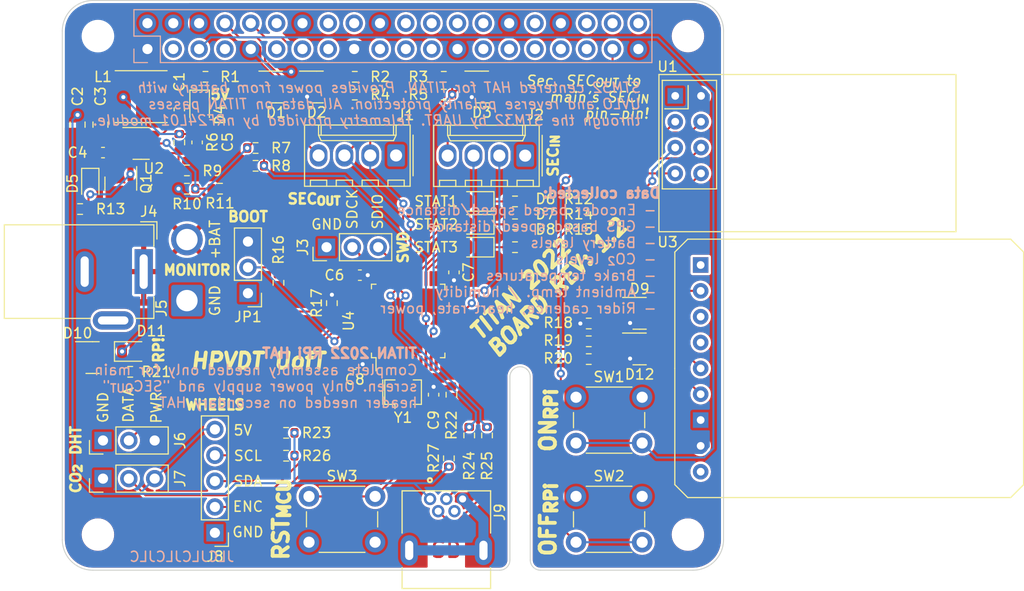
<source format=kicad_pcb>
(kicad_pcb (version 20211014) (generator pcbnew)
  (title_block (title "TITAN Board 2022") (date "2022-08-15") (rev "1.2") (company "HPVDT"))
  (layers (0 "F.Cu" signal) (31 "B.Cu" signal) (34 "B.Paste" user) (35 "F.Paste" user) (36 "B.SilkS" user "B.Silkscreen") (37 "F.SilkS" user "F.Silkscreen") (38 "B.Mask" user) (39 "F.Mask" user) (44 "Edge.Cuts" user))
  (net 0 "")
  (net 1 "+3V3")
  (net 2 "+5V")
  (net 3 "GND")
  (net 4 "/GPIO26")
  (net 5 "/GPIO3(SCL1)")
  (net 6 "/GPIO14(TXD0)")
  (net 7 "/GPIO15(RXD0)")
  (net 8 "/SW")
  (net 9 "/BST")
  (net 10 "/FEEDBACK")
  (net 11 "/GPS_{tx}")
  (net 12 "/GPS_{rx}")
  (net 13 "/BATT_{IN+}")
  (net 14 "+BATT")
  (net 15 "/RP_{G}")
  (net 16 "/SEC_{LVL}")
  (net 17 "/RPI_{TX}")
  (net 18 "/RPI_{RX}")
  (net 19 "/STATUS_{3}")
  (net 20 "/DHT_{DATA}")
  (net 21 "/SEC_{TX}")
  (net 22 "/SEC_{RX}")
  (net 23 "/SEC_{BATT}")
  (net 24 "/STATUS_{1}")
  (net 25 "/STATUS_{2}")
  (net 26 "Net-(D4-Pad1)")
  (net 27 "/CO_{2}")
  (net 28 "/BOOT0")
  (net 29 "/GPS_{EN}")
  (net 30 "/GPS_{TX}")
  (net 31 "/GPS_{RX}")
  (net 32 "/RST")
  (net 33 "/D+")
  (net 34 "/d+")
  (net 35 "/D-")
  (net 36 "/d-")
  (net 37 "/BATT_{LVL}")
  (net 38 "/RF_{INT}")
  (net 39 "/SCK")
  (net 40 "/MISO")
  (net 41 "/MOSI")
  (net 42 "/RF_{SEL}")
  (net 43 "/RF_{EN}")
  (net 44 "/SCL")
  (net 45 "/SDA")
  (net 46 "/ENCODER")
  (net 47 "Net-(D6-Pad1)")
  (net 48 "Net-(D7-Pad1)")
  (net 49 "Net-(D10-Pad3)")
  (net 50 "Net-(D11-Pad2)")
  (net 51 "Net-(D8-Pad1)")
  (net 54 "/SWCLK")
  (net 55 "/SDWIO")
  (net 57 "/EN_{5V}")
  (net 89 "Net-(U4-Pad6)")
  (net 90 "Net-(U4-Pad5)")
  (footprint "MountingHole:MountingHole_2.7mm_M2.5" (layer "F.Cu") (at 93.25 53.825 180)
    (fp_text reference "H1" hide)
    (fp_text value "M2.5")
  )
  (footprint "MountingHole:MountingHole_2.7mm_M2.5" (layer "F.Cu") (at 151.25 53.825 180)
    (fp_text reference "H2" hide)
    (fp_text value "M2.5")
  )
  (footprint "MountingHole:MountingHole_2.7mm_M2.5" (layer "F.Cu") (at 93.25 102.825)
    (fp_text reference "H3" hide)
    (fp_text value "M2.5")
  )
  (footprint "MountingHole:MountingHole_2.7mm_M2.5" (layer "F.Cu") (at 151.25 102.825)
    (fp_text reference "H4" hide)
    (fp_text value "M2.5")
  )
  (footprint "Package_TO_SOT_SMD:SOT-23" (layer "F.Cu") (at 146.5 84.575)
    (fp_text reference "D12")
    (fp_text value "TBAT54S")
  )
  (footprint "Resistor_SMD:R_0603_1608Metric" (layer "F.Cu") (at 141.5 82.075 180)
    (fp_text reference "R18")
    (fp_text value "10k")
  )
  (footprint "Package_QFP:LQFP-48_7x7mm_P0.5mm" (layer "F.Cu") (at 123.75 81.825 90)
    (fp_text reference "U4")
    (fp_text value "STM32F103C8Tx")
  )
  (footprint "LED_SMD:LED_0805_2012Metric" (layer "F.Cu") (at 130.5 72.325 180)
    (fp_text reference "D7")
    (fp_text value "LED")
  )
  (footprint "Capacitor_SMD:C_0603_1608Metric" (layer "F.Cu") (at 119 77.325)
    (fp_text reference "C6")
    (fp_text value "100n")
  )
  (footprint "Button_Switch_THT:SW_PUSH_6mm_H4.3mm" (layer "F.Cu") (at 140.25 99.075)
    (fp_text reference "SW2")
    (fp_text value "SHTDN")
  )
  (footprint "Package_TO_SOT_SMD:SOT-23" (layer "F.Cu") (at 146.5 81.075)
    (fp_text reference "D9")
    (fp_text value "TBAT54S")
  )
  (footprint "Resistor_SMD:R_0603_1608Metric" (layer "F.Cu") (at 96.425 86.825)
    (fp_text reference "R21")
    (fp_text value "2k")
  )
  (footprint "Connector_PinHeader_2.54mm:PinHeader_1x03_P2.54mm_Vertical" (layer "F.Cu") (at 93.75 93.575 90)
    (fp_text reference "J6")
    (fp_text value "DHT")
  )
  (footprint "ultimate_gps:ULT-GPS" (layer "F.Cu") (at 152.5 76.325)
    (fp_text reference "U3")
    (fp_text value "ULT-GPS")
  )
  (footprint "Resistor_SMD:R_0603_1608Metric" (layer "F.Cu") (at 128 89.075 90)
    (fp_text reference "R22")
    (fp_text value "10k")
  )
  (footprint "Resistor_SMD:R_0603_1608Metric" (layer "F.Cu") (at 111 78.075 90)
    (fp_text reference "R16")
    (fp_text value "10k")
  )
  (footprint "Package_TO_SOT_SMD:SOT-23" (layer "F.Cu") (at 110.75 58.825)
    (fp_text reference "D1")
    (fp_text value "TBAT54S")
  )
  (footprint "Connector_PinHeader_2.54mm:PinHeader_1x03_P2.54mm_Vertical" (layer "F.Cu") (at 93.75 97.325 90)
    (fp_text reference "J7")
    (fp_text value "CO_{2}")
  )
  (footprint "LED_SMD:LED_0805_2012Metric" (layer "F.Cu") (at 130.5 70.075 180)
    (fp_text reference "D6")
    (fp_text value "LED")
  )
  (footprint "Resistor_SMD:R_0603_1608Metric" (layer "F.Cu") (at 134.25 72.325 180)
    (fp_text reference "R14")
    (fp_text value "330")
  )
  (footprint "Package_TO_SOT_SMD:SOT-23" (layer "F.Cu") (at 95.5 68.325 -90)
    (fp_text reference "Q1")
    (fp_text value "DMG2301L")
  )
  (footprint "2172034-1:TE_2172034-1" (layer "F.Cu") (at 127.5 104.375 -90)
    (fp_text reference "J9")
    (fp_text value "USB_B_Mini")
  )
  (footprint "Resistor_SMD:R_0603_1608Metric" (layer "F.Cu") (at 108.75 66.575)
    (fp_text reference "R8")
    (fp_text value "10k")
  )
  (footprint "Resistor_SMD:R_0603_1608Metric" (layer "F.Cu") (at 129.75 93.075 -90)
    (fp_text reference "R24")
    (fp_text value "22")
  )
  (footprint "Resistor_SMD:R_0603_1608Metric" (layer "F.Cu") (at 141.5 85.575)
    (fp_text reference "R20")
    (fp_text value "2k")
  )
  (footprint "Capacitor_SMD:C_0603_1608Metric" (layer "F.Cu") (at 118.5 86.075)
    (fp_text reference "C8")
    (fp_text value "100n")
  )
  (footprint "Capacitor_SMD:C_0603_1608Metric" (layer "F.Cu") (at 93.75 65.275)
    (fp_text reference "C4")
    (fp_text value "10u")
  )
  (footprint "Resistor_SMD:R_0603_1608Metric" (layer "F.Cu") (at 127.25 59.575 180)
    (fp_text reference "R5")
    (fp_text value "52k3")
  )
  (footprint "Connector_BarrelJack:BarrelJack_Wuerth_6941xx301002" (layer "F.Cu") (at 97.75 76.975 -90)
    (fp_text reference "J4")
    (fp_text value "BATTERY")
  )
  (footprint "Diode_SMD:D_SOD-323" (layer "F.Cu") (at 92.5 68.325 -90)
    (fp_text reference "D5")
    (fp_text value "5V6")
  )
  (footprint "Capacitor_SMD:C_0805_2012Metric" (layer "F.Cu") (at 91.25 62.525 -90)
    (fp_text reference "C2")
    (fp_text value "22u")
  )
  (footprint "Resistor_SMD:R_0603_1608Metric" (layer "F.Cu") (at 101.25 64.275 90)
    (fp_text reference "R6")
    (fp_text value "52k3")
  )
  (footprint "Resistor_SMD:R_0603_1608Metric" (layer "F.Cu") (at 102 67.025 180)
    (fp_text reference "R9")
    (fp_text value "10k")
  )
  (footprint "Resistor_SMD:R_0603_1608Metric" (layer "F.Cu") (at 111.75 95.075 180)
    (fp_text reference "R26")
    (fp_text value "2k")
  )
  (footprint "LED_SMD:LED_0805_2012Metric" (layer "F.Cu") (at 130.5 74.575 180)
    (fp_text reference "D8")
    (fp_text value "LED")
  )
  (footprint "Connector_PinHeader_2.54mm:PinHeader_1x03_P2.54mm_Vertical" (layer "F.Cu") (at 115.725 74.575 90)
    (fp_text reference "J3")
    (fp_text value "SWD")
  )
  (footprint "Resistor_SMD:R_0603_1608Metric" (layer "F.Cu") (at 134.25 74.575 180)
    (fp_text reference "R15")
    (fp_text value "330")
  )
  (footprint "Resistor_SMD:R_0603_1608Metric" (layer "F.Cu") (at 141.5 83.825)
    (fp_text reference "R19")
    (fp_text value "2k")
  )
  (footprint "Capacitor_SMD:C_0805_2012Metric" (layer "F.Cu") (at 93.5 62.525 -90)
    (fp_text reference "C3")
    (fp_text value "22u")
  )
  (footprint "Button_Switch_THT:SW_PUSH_6mm_H4.3mm" (layer "F.Cu") (at 120.5 103.575 180)
    (fp_text reference "SW3")
    (fp_text value "MCU_RST")
  )
  (footprint "Capacitor_SMD:C_0603_1608Metric" (layer "F.Cu") (at 103 64.275 90)
    (fp_text reference "C5")
    (fp_text value "47p")
  )
  (footprint "Package_TO_SOT_SMD:SOT-23" (layer "F.Cu") (at 131 58.825)
    (fp_text reference "D3")
    (fp_text value "TBAT54S")
  )
  (footprint "Resistor_SMD:R_0603_1608Metric" (layer "F.Cu") (at 131.5 93.075 -90)
    (fp_text reference "R25")
    (fp_text value "22")
  )
  (footprint "Resistor_SMD:R_0603_1608Metric" (layer "F.Cu") (at 111.75 92.825 180)
    (fp_text reference "R23")
    (fp_text value "2k")
  )
  (footprint "Capacitor_SMD:C_0603_1608Metric" (layer "F.Cu") (at 101.25 61.025 -90)
    (fp_text reference "C1")
    (fp_text value "100n")
  )
  (footprint "Capacitor_SMD:C_0603_1608Metric" (layer "F.Cu") (at 126.25 89.075 90)
    (fp_text reference "C9")
    (fp_text value "100n")
  )
  (footprint "Resistor_SMD:R_0603_1608Metric" (layer "F.Cu") (at 134.25 70.075 180)
    (fp_text reference "R12")
    (fp_text value "330")
  )
  (footprint "Connector_Molex:Molex_KK-254_AE-6410-04A_1x04_P2.54mm_Vertical" (layer "F.Cu") (at 135.25 65.575 180)
    (fp_text reference "J2")
    (fp_text value "SEC_{IN}")
  )
  (footprint "Capacitor_SMD:C_0603_1608Metric" (layer "F.Cu") (at 128.25 77.05 -90)
    (fp_text reference "C7")
    (fp_text value "100n")
  )
  (footprint "Inductor_SMD:L_Taiyo-Yuden_NR-50xx" (layer "F.Cu") (at 97.5 59.775 180)
    (fp_text reference "L1")
    (fp_text value "3u3")
  )
  (footprint "Resistor_SMD:R_0603_1608Metric" (layer "F.Cu") (at 103.825 57.825 180)
    (fp_text reference "R1")
    (fp_text value "330")
  )
  (footprint "LED_SMD:LED_0805_2012Metric" (layer "F.Cu") (at 103.25 60.825 -90)
    (fp_text reference "D4")
    (fp_text value "LED")
  )
  (footprint "Resistor_SMD:R_0603_1608Metric" (layer "F.Cu") (at 116.25 80.075 90)
    (fp_text reference "R17")
    (fp_text value "10k")
  )
  (footprint "Resistor_SMD:R_0603_1608Metric" (layer "F.Cu") (at 127.75 95.325 -90)
    (fp_text reference "R27")
    (fp_text value "10k")
  )
  (footprint "Package_TO_SOT_SMD:TSOT-23-6" (layer "F.Cu") (at 97.5 64.375)
    (fp_text reference "U2")
    (fp_text value "AP62301WU")
  )
  (footprint "Connector_Wire:SolderWire-1.5sqmm_1x02_P6mm_D1.7mm_OD3mm" (layer "F.Cu") (at 102 79.825 90)
    (fp_text reference "J5")
    (fp_text value "MONITOR")
  )
  (footprint "Connector_PinHeader_2.54mm:PinHeader_1x05_P2.54mm_Vertical" (layer "F.Cu") (at 104.75 102.65 180)
    (fp_text reference "J8")
    (fp_text value "WHEELS")
  )
  (footprint "Package_TO_SOT_SMD:SOT-23" (layer "F.Cu") (at 114.75 58.825)
    (fp_text reference "D2")
    (fp_text value "TBAT54S")
  )
  (footprint "Crystal:Resonator_SMD_Murata_CSTxExxV-3Pin_3.0x1.1mm" (layer "F.Cu") (at 123.25 88.825)
    (fp_text reference "Y1")
    (fp_text value "8MHz")
  )
  (footprint "Connector_Molex:Molex_KK-254_AE-6410-04A_1x04_P2.54mm_Vertical" (layer "F.Cu") (at 122.56 65.555 180)
    (fp_text reference "J1")
    (fp_text value "SEC_{OUT}")
  )
  (footprint "Resistor_SMD:R_0603_1608Metric" (layer "F.Cu") (at 108.75 64.825 180)
    (fp_text reference "R7")
    (fp_text value "52k3")
  )
  (footprint "Connector_PinHeader_2.54mm:PinHeader_1x03_P2.54mm_Vertical" (layer "F.Cu") (at 108 79.1 180)
    (fp_text reference "JP1")
    (fp_text value "BOOT0")
  )
  (footprint "Resistor_SMD:R_0603_1608Metric" (layer "F.Cu") (at 91.5 70.825)
    (fp_text reference "R13")
    (fp_text value "10k")
  )
  (footprint "Resistor_SMD:R_0603_1608Metric" (layer "F.Cu") (at 105.25 68.825 180)
    (fp_text reference "R11")
    (fp_text value "13k3")
  )
  (footprint "Package_TO_SOT_SMD:SOT-23" (layer "F.Cu") (at 92.725 85.425)
    (fp_text reference "D10")
    (fp_text value "BAV70")
  )
  (footprint "Resistor_SMD:R_0603_1608Metric" (layer "F.Cu") (at 102 68.825 180)
    (fp_text reference "R10")
    (fp_text value "97k6")
  )
  (footprint "Resistor_SMD:R_0603_1608Metric" (layer "F.Cu") (at 118.5 57.825 180)
    (fp_text reference "R2")
    (fp_text value "2k")
  )
  (footprint "Button_Switch_THT:SW_PUSH_6mm_H4.3mm" (layer "F.Cu") (at 140.25 89.325)
    (fp_text reference "SW1")
    (fp_text value "RPON")
  )
  (footprint "Resistor_SMD:R_0603_1608Metric" (layer "F.Cu") (at 118.5 59.575 180)
    (fp_text reference "R4")
    (fp_text value "2k")
  )
  (footprint "RF_Module:nRF24L01_Breakout" (layer "F.Cu") (at 150 59.7)
    (fp_text reference "U1")
    (fp_text value "NRF24L01")
  )
  (footprint "Diode_SMD:D_0805_2012Metric" (layer "F.Cu") (at 96.5625 84.825)
    (fp_text reference "D11")
    (fp_text value "RP")
  )
  (footprint "Resistor_SMD:R_0603_1608Metric" (layer "F.Cu") (at 127.25 57.825)
    (fp_text reference "R3")
    (fp_text value "10k")
  )
  (footprint "Connector_PinSocket_2.54mm:PinSocket_2x20_P2.54mm_Vertical" (layer "B.Cu") (at 98.12 55.095 -90)
    (fp_text reference "J10" hide)
    (fp_text value "Conn_02x20_Odd_Even")
  )
  (gr_arc locked (start 133.75 87.325) (mid 134.75 86.325) (end 135.75 87.325) (layer "Edge.Cuts") (width 0.1))
  (gr_arc locked (start 151.75 50.325) (mid 153.87132 51.20368) (end 154.75 53.325) (layer "Edge.Cuts") (width 0.1))
  (gr_line locked (start 151.75 50.325) (end 92.75 50.325) (layer "Edge.Cuts") (width 0.1))
  (gr_line locked (start 135.75 87.325) (end 135.75 105.325) (layer "Edge.Cuts") (width 0.1))
  (gr_line locked (start 92.75 106.325) (end 132.75 106.325) (layer "Edge.Cuts") (width 0.1))
  (gr_arc locked (start 89.75 53.325) (mid 90.62868 51.20368) (end 92.75 50.325) (layer "Edge.Cuts") (width 0.1))
  (gr_arc locked (start 136.75 106.325) (mid 136.042893 106.032107) (end 135.75 105.325) (layer "Edge.Cuts") (width 0.1))
  (gr_arc locked (start 92.75 106.325) (mid 90.62868 105.44632) (end 89.75 103.325) (layer "Edge.Cuts") (width 0.1))
  (gr_arc locked (start 154.75 103.325) (mid 153.87132 105.44632) (end 151.75 106.325) (layer "Edge.Cuts") (width 0.1))
  (gr_line locked (start 154.75 103.325) (end 154.75 53.325) (layer "Edge.Cuts") (width 0.1))
  (gr_line locked (start 89.75 53.325) (end 89.75 103.325) (layer "Edge.Cuts") (width 0.1))
  (gr_line locked (start 136.75 106.325) (end 151.75 106.325) (layer "Edge.Cuts") (width 0.1))
  (gr_arc locked (start 133.75 105.325) (mid 133.45711 106.03211) (end 132.75 106.325) (layer "Edge.Cuts") (width 0.1))
  (gr_line locked (start 133.75 105.325) (end 133.75 87.325) (layer "Edge.Cuts") (width 0.1))
  (gr_text "SB" (at 127.5 104.325) (layer "F.Cu") (effects (font (size 1.5 1.5) (thickness 0.25))))
  (gr_text "Data collected:" (at 142.75 69.25) (layer "B.SilkS") (effects (font (size 1 1) (thickness 0.25)) (justify mirror)))
  (gr_text "TITAN 2022 RPi HAT" (at 117 85) (layer "B.SilkS") (effects (font (size 1 1) (thickness 0.25)) (justify mirror)))
  (gr_text "STM32 centered HAT for TITAN. Provides power from battery with \nUVLO and reverse polarity protection. All data on TITAN passes\nthrough the STM32 by UART. Telemetry provided by nRF24L01 module." (at 146.75 60.5) (layer "B.SilkS") (effects (font (size 1 1) (thickness 0.15) italic) (justify left mirror)))
  (gr_text "Complete assembly needed only for main\nscreen. Only power supply and {dblquote}SEC_{OUT}{dblquote} \nheader needed on secondary HAT." (at 124.75 88.25) (layer "B.SilkS") (effects (font (size 1 1)) (justify left mirror)))
  (gr_text "JLCJLCJLCJLC" (at 101.5 105) (layer "B.SilkS") (effects (font (size 1 1)) (justify mirror)))
  (gr_text "- Encoder based speed/distance\n- GPS based speed/distance\n- Battery levels\n- CO_{2} levels\n- Brake temperatures\n- Ambient temp. / humidity\n- Rider cadence, heart rate, power" (at 148.25 75.75) (layer "B.SilkS") (effects (font (size 1 1)) (justify left mirror)))
  (gr_text "+BAT" (at 104.75 73.825 90) (layer "F.SilkS") (effects (font (size 1 1))))
  (gr_text "GND" (at 108 102.575) (layer "F.SilkS") (effects (font (size 1 1))))
  (gr_text "ON_{RPi}" (at 137.5 91.575 90) (layer "F.SilkS") (effects (font (size 1.5 1.5) (thickness 0.375))))
  (gr_text "SDIO" (at 120.75 71.075 90) (layer "F.SilkS") (effects (font (size 1 1))))
  (gr_text "DATA" (at 96.25 90.075 90) (layer "F.SilkS") (effects (font (size 1 1))))
  (gr_text "SDCK" (at 118.25 70.825 90) (layer "F.SilkS") (effects (font (size 1 1))))
  (gr_text "OFF_{RPi}" (at 137.5 101.325 90) (layer "F.SilkS") (effects (font (size 1.5 1.5) (thickness 0.375))))
  (gr_text "SWD" (at 123.25 74.575 90) (layer "F.SilkS") (effects (font (size 1 1) (thickness 0.25))))
  (gr_text "GND" (at 115.75 72.325) (layer "F.SilkS") (effects (font (size 1 1))))
  (gr_text "CO_{2}" (at 91.08 97.325 90) (layer "F.SilkS") (effects (font (size 1 1) (thickness 0.25))))
  (gr_text "5V" (at 105.25 59.575) (layer "F.SilkS") (effects (font (size 1 1) (thickness 0.25))))
  (gr_text "GND" (at 104.75 79.825 90) (layer "F.SilkS") (effects (font (size 1 1))))
  (gr_text "ENC" (at 108 100.075) (layer "F.SilkS") (effects (font (size 1 1))))
  (gr_text "PWR" (at 99 90.325 90) (layer "F.SilkS") (effects (font (size 1 1))))
  (gr_text "MONITOR" (at 103 76.825) (layer "F.SilkS") (effects (font (size 1 1) (thickness 0.25))))
  (gr_text "5V" (at 107.5 92.575) (layer "F.SilkS") (effects (font (size 1 1))))
  (gr_text "SEC_{OUT}" (at 114.5 69.825) (layer "F.SilkS") (effects (font (size 1 1) (thickness 0.25))))
  (gr_text "GND" (at 93.75 90.325 90) (layer "F.SilkS") (effects (font (size 1 1))))
  (gr_text "STAT3" (at 126.5 74.575) (layer "F.SilkS") (effects (font (size 1 1))))
  (gr_text "SCL" (at 108 95.075) (layer "F.SilkS") (effects (font (size 1 1))))
  (gr_text "TITAN 2022\nBOARD REV: ${REVISION}" (at 131 84.25 45) (layer "F.SilkS") (effects (font (size 1.5 1.5) (thickness 0.375) italic) (justify left)))
  (gr_text "RP!" (at 99.225 84.675 90) (layer "F.SilkS") (effects (font (size 1 1) (thickness 0.25))))
  (gr_text "RST_{MCU}" (at 111.25 101.325 90) (layer "F.SilkS") (effects (font (size 1.5 1.5) (thickness 0.375))))
  (gr_text "BOOT" (at 108 71.575) (layer "F.SilkS") (effects (font (size 1 1) (thickness 0.25))))
  (gr_text "Sec. SEC_{OUT} to \nmain's SEC_{IN}\npin-pin!" (at 147.5 59.825) (layer "F.SilkS") (effects (font (size 1 1) (thickness 0.15) italic) (justify right)))
  (gr_text "SEC_{IN}" (at 138 65.575 90) (layer "F.SilkS") (effects (font (size 1 1) (thickness 0.25))))
  (gr_text "HPVDT UofT" (at 109 85.75) (layer "F.SilkS") (effects (font (size 1.5 1.5) (thickness 0.375) italic)))
  (gr_text "SDA" (at 108 97.575) (layer "F.SilkS") (effects (font (size 1 1))))
  (gr_text "STAT1" (at 126.5 70.075) (layer "F.SilkS") (effects (font (size 1 1))))
  (gr_text "DHT" (at 91.08 93.575 90) (layer "F.SilkS") (effects (font (size 1 1) (thickness 0.25))))
  (gr_text "WHEELS" (at 104.75 90.075) (layer "F.SilkS") (effects (font (size 1 1) (thickness 0.25))))
  (gr_text "STAT2" (at 126.5 72.325) (layer "F.SilkS") (effects (font (size 1 1))))
  (segment (start 120.1125 77.6625) (end 119.775 77.325) (width 0.2) (layer "F.Cu") (net 1))
  (segment (start 126.25 88.004651) (end 126.25 88.3) (width 0.2) (layer "F.Cu") (net 1))
  (segment (start 109.8125 59.775) (end 113.8125 59.775) (width 0.2) (layer "F.Cu") (net 1))
  (segment (start 130.05 59.775) (end 130 59.825) (width 0.2) (layer "F.Cu") (net 1))
  (segment (start 125 85.9875) (end 125 86.754651) (width 0.2) (layer "F.Cu") (net 1))
  (segment (start 119.5875 84.575) (end 119.5875 85.7625) (width 0.2) (layer "F.Cu") (net 1))
  (segment (start 128 88.25) (end 126.3 88.25) (width 0.2) (layer "F.Cu") (net 1))
  (segment (start 125 86.754651) (end 126.25 88.004651) (width 0.2) (layer "F.Cu") (net 1))
  (segment (start 126.3 88.25) (end 126.25 88.3) (width 0.2) (layer "F.Cu") (net 1))
  (segment (start 130.0625 59.775) (end 130.05 59.775) (width 0.2) (layer "F.Cu") (net 1))
  (segment (start 121 77.6625) (end 120.1125 77.6625) (width 0.2) (layer "F.Cu") (net 1))
  (segment (start 127.9125 79.075) (end 127.9125 78.1625) (width 0.2) (layer "F.Cu") (net 1))
  (segment (start 127.9125 78.1625) (end 128.25 77.825) (width 0.2) (layer "F.Cu") (net 1))
  (segment (start 119.5875 85.7625) (end 119.275 86.075) (width 0.2) (layer "F.Cu") (net 1))
  (via (at 145.5625 85.525) (size 0.8) (drill 0.4) (layers "F.Cu" "B.Cu") (net 1))
  (via (at 119.275 86.075) (size 0.8) (drill 0.4) (layers "F.Cu" "B.Cu") (net 1))
  (via (at 145.5625 82.025) (size 0.8) (drill 0.4) (layers "F.Cu" "B.Cu") (net 1))
  (via (at 128.25 77.825) (size 0.8) (drill 0.4) (layers "F.Cu" "B.Cu") (net 1))
  (via (at 113.8125 59.775) (size 0.8) (drill 0.4) (layers "F.Cu" "B.Cu") (net 1))
  (via (at 126.25 88.3) (size 0.8) (drill 0.4) (layers "F.Cu" "B.Cu") (net 1))
  (via (at 119.775 77.325) (size 0.8) (drill 0.4) (layers "F.Cu" "B.Cu") (net 1))
  (via (at 140.675 82.075) (size 0.8) (drill 0.4) (layers "F.Cu" "B.Cu") (net 1))
  (via (at 130 59.825) (size 0.8) (drill 0.4) (layers "F.Cu" "B.Cu") (net 1))
  (via (at 116.25 79.25) (size 0.8) (drill 0.4) (layers "F.Cu" "B.Cu") (net 1))
  (segment (start 145.5625 82.025) (end 140.725 82.025) (width 0.2) (layer "B.Cu") (net 1))
  (segment (start 140.725 82.025) (end 140.675 82.075) (width 0.2) (layer "B.Cu") (net 1))
  (segment (start 145.5625 85.525) (end 145.5625 82.025) (width 0.2) (layer "B.Cu") (net 1))
  (segment (start 102.95 63.45) (end 103 63.5) (width 0.2) (layer "F.Cu") (net 2))
  (segment (start 103 63.5) (end 103 62.0125) (width 0.2) (layer "F.Cu") (net 2))
  (segment (start 95.7 59.775) (end 95.75 59.825) (width 0.2) (layer "F.Cu") (net 2))
  (segment (start 101.25 63.45) (end 102.95 63.45) (width 0.2) (layer "F.Cu") (net 2))
  (segment (start 103 62.0125) (end 103.25 61.7625) (width 0.2) (layer "F.Cu") (net 2))
  (via (at 127.75 96.15) (size 0.8) (drill 0.4) (layers "F.Cu" "B.Cu") (net 2))
  (via (at 101.25 63.45) (size 0.8) (drill 0.4) (layers "F.Cu" "B.Cu") (net 2))
  (via (at 112.575 95.075) (size 0.8) (drill 0.4) (layers "F.Cu" "B.Cu") (net 2))
  (via (at 112.575 92.825) (size 0.8) (drill 0.4) (layers "F.Cu" "B.Cu") (net 2))
  (via (at 91.25 61.575) (size 0.8) (drill 0.4) (layers "F.Cu" "B.Cu") (net 2))
  (via (at 95.75 59.825) (size 0.8) (drill 0.4) (layers "F.Cu" "B.Cu") (net 2))
  (segment (start 90.75048 96.624502) (end 92.475489 98.349511) (width 0.2) (layer "B.Cu") (net 2))
  (segment (start 103.665 92.49) (end 104.75 92.49) (width 0.2) (layer "B.Cu") (net 2))
  (segment (start 92.950978 98.825) (end 92.475489 98.349511) (width 0.2) (layer "B.Cu") (net 2))
  (segment (start 127.1625 96.7375) (end 127.75 96.15) (width 0.2) (layer "B.Cu") (net 2))
  (segment (start 106.79951 97.775489) (end 105.749999 98.825) (width 0.2) (layer "B.Cu") (net 2))
  (segment (start 124.350489 97.775489) (end 112.549511 97.775489) (width 0.2) (layer "B.Cu") (net 2))
  (segment (start 99.375 63.45) (end 101.25 63.45) (width 0.2) (layer "B.Cu") (net 2))
  (segment (start 95.5 98.825) (end 92.950978 98.825) (width 0.2) (layer "B.Cu") (net 2))
  (segment (start 91.25 61.575) (end 90.75048 62.07452) (width 0.2) (layer "B.Cu") (net 2))
  (segment (start 90.75048 62.07452) (end 90.75048 96.624502) (width 0.2) (layer "B.Cu") (net 2))
  (segment (start 97.33 98.825) (end 95.5 98.825) (width 0.2) (layer "B.Cu") (net 2))
  (segment (start 124.350489 97.775489) (end 126.124511 97.775489) (width 0.2) (layer "B.Cu") (net 2))
  (segment (start 126.124511 97.775489) (end 127.1625 96.7375) (width 0.2) (layer "B.Cu") (net 2))
  (segment (start 112.575 97.75) (end 112.575 95.075) (width 0.2) (layer "B.Cu") (net 2))
  (segment (start 98.83 97.325) (end 97.33 98.825) (width 0.2) (layer "B.Cu") (net 2))
  (segment (start 98.83 97.325) (end 103.665 92.49) (width 0.2) (layer "B.Cu") (net 2))
  (segment (start 112.549511 97.775489) (end 106.79951 97.775489) (width 0.2) (layer "B.Cu") (net 2))
  (segment (start 125.9 99.325) (end 124.350489 97.775489) (width 0.2) (layer "B.Cu") (net 2))
  (segment (start 112.549511 97.775489) (end 112.575 97.75) (width 0.2) (layer "B.Cu") (net 2))
  (segment (start 105.749999 98.825) (end 95.5 98.825) (width 0.2) (layer "B.Cu") (net 2))
  (segment (start 112.575 95.075) (end 112.575 92.825) (width 0.2) (layer "B.Cu") (net 2))
  (segment (start 95.75 59.825) (end 99.375 63.45) (width 0.2) (layer "B.Cu") (net 2))
  (segment (start 112.25 57.325) (end 112.8 57.875) (width 0.2) (layer "F.Cu") (net 3))
  (segment (start 112.8 57.875) (end 113.8125 57.875) (width 0.2) (layer "F.Cu") (net 3))
  (via (at 112.25 57.325) (size 0.8) (drill 0.4) (layers "F.Cu" "B.Cu") (net 3))
  (segment (start 129.1 99.325) (end 131.15 101.375) (width 1) (layer "B.Cu") (net 3))
  (segment (start 131.15 104.375) (end 123.85 104.375) (width 1) (layer "B.Cu") (net 3))
  (segment (start 110.51 57.325) (end 112.25 57.325) (width 0.2) (layer "B.Cu") (net 3))
  (segment (start 108.28 55.095) (end 110.51 57.325) (width 0.2) (layer "B.Cu") (net 3))
  (segment (start 131.15 101.375) (end 131.15 104.375) (width 1) (layer "B.Cu") (net 3))
  (segment (start 140.25 103.575) (end 138.75 102.075) (width 0.2) (layer "F.Cu") (net 4))
  (segment (start 143.84 63.41) (end 143.84 55.095) (width 0.2) (layer "F.Cu") (net 4))
  (segment (start 139.25 68) (end 143.84 63.41) (width 0.2) (layer "F.Cu") (net 4))
  (segment (start 138.75 102.075) (end 138.75 87) (width 0.2) (layer "F.Cu") (net 4))
  (via (at 139.25 68) (size 0.8) (drill 0.4) (layers "F.Cu" "B.Cu") (net 4))
  (via (at 138.75 87) (size 0.8) (drill 0.4) (layers "F.Cu" "B.Cu") (net 4))
  (segment (start 140.25 103.575) (end 146.75 103.575) (width 0.2) (layer "B.Cu") (net 4))
  (segment (start 138.75 68.5) (end 139.25 68) (width 0.2) (layer "B.Cu") (net 4))
  (segment (start 138.75 87) (end 138.75 68.5) (width 0.2) (layer "B.Cu") (net 4))
  (segment (start 148.175 95.25) (end 152.856204 95.25) (width 0.2) (layer "B.Cu") (net 5))
  (segment (start 140.25 93.825) (end 146.75 93.825) (width 0.2) (layer "B.Cu") (net 5))
  (segment (start 146.75 93.825) (end 148.175 95.25) (width 0.2) (layer "B.Cu") (net 5))
  (segment (start 153.75 94.356204) (end 153.75 59.408796) (width 0.2) (layer "B.Cu") (net 5))
  (segment (start 153.75 59.408796) (end 148.286693 53.945489) (width 0.2) (layer "B.Cu") (net 5))
  (segment (start 104.349511 53.945489) (end 103.2 55.095) (width 0.2) (layer "B.Cu") (net 5))
  (segment (start 152.856204 95.25) (end 153.75 94.356204) (width 0.2) (layer "B.Cu") (net 5))
  (segment (start 148.286693 53.945489) (end 104.349511 53.945489) (width 0.2) (layer "B.Cu") (net 5))
  (segment (start 111.6875 58.825) (end 114.314283 58.825) (width 0.2) (layer "F.Cu") (net 6))
  (segment (start 111.6875 58.2625) (end 111.6875 58.825) (width 0.2) (layer "F.Cu") (net 6))
  (segment (start 105.74 52.555) (end 107.130489 53.945489) (width 0.2) (layer "F.Cu") (net 6))
  (segment (start 114.314283 58.825) (end 115.064283 59.575) (width 0.2) (layer "F.Cu") (net 6))
  (segment (start 115.064283 59.575) (end 117.675 59.575) (width 0.2) (layer "F.Cu") (net 6))
  (segment (start 108.870489 53.945489) (end 109.670489 54.745489) (width 0.2) (layer "F.Cu") (net 6))
  (segment (start 109.670489 54.745489) (end 109.670489 56.245489) (width 0.2) (layer "F.Cu") (net 6))
  (segment (start 107.130489 53.945489) (end 108.870489 53.945489) (width 0.2) (layer "F.Cu") (net 6))
  (segment (start 109.670489 56.245489) (end 111.6875 58.2625) (width 0.2) (layer "F.Cu") (net 6))
  (segment (start 111.296144 53.945489) (end 112 54.649345) (width 0.2) (layer "F.Cu") (net 7))
  (segment (start 114.586197 57.27548) (end 115.6875 58.376783) (width 0.2) (layer "F.Cu") (net 7))
  (segment (start 112 54.649345) (end 112 55.52548) (width 0.2) (layer "F.Cu") (net 7))
  (segment (start 116.675 58.825) (end 117.675 57.825) (width 0.2) (layer "F.Cu") (net 7))
  (segment (start 109.670489 53.945489) (end 111.296144 53.945489) (width 0.2) (layer "F.Cu") (net 7))
  (segment (start 113.75 57.27548) (end 114.586197 57.27548) (width 0.2) (layer "F.Cu") (net 7))
  (segment (start 115.6875 58.376783) (end 115.6875 58.825) (width 0.2) (layer "F.Cu") (net 7))
  (segment (start 112 55.52548) (end 113.75 57.27548) (width 0.2) (layer "F.Cu") (net 7))
  (segment (start 115.6875 58.825) (end 116.675 58.825) (width 0.2) (layer "F.Cu") (net 7))
  (segment (start 108.28 52.555) (end 109.670489 53.945489) (width 0.2) (layer "F.Cu") (net 7))
  (segment (start 99.625 63.425) (end 101.25 61.8) (width 0.2) (layer "F.Cu") (net 9))
  (segment (start 98.6375 63.425) (end 99.625 63.425) (width 0.2) (layer "F.Cu") (net 9))
  (segment (start 98.6375 65.325) (end 101.025 65.325) (width 0.2) (layer "F.Cu") (net 10))
  (segment (start 101.025 65.325) (end 101.25 65.1) (width 0.2) (layer "F.Cu") (net 10))
  (segment (start 101.175 67.025) (end 101.175 65.175) (width 0.2) (layer "F.Cu") (net 10))
  (segment (start 101.25 65.1) (end 102.95 65.1) (width 0.2) (layer "F.Cu") (net 10))
  (segment (start 101.175 65.175) (end 101.25 65.1) (width 0.2) (layer "F.Cu") (net 10))
  (segment (start 102.95 65.1) (end 103 65.05) (width 0.2) (layer "F.Cu") (net 10))
  (segment (start 152.5 86.485) (end 147.4375 81.4225) (width 0.2) (layer "F.Cu") (net 11))
  (segment (start 147.4375 81.4225) (end 147.4375 81.075) (width 0.2) (layer "F.Cu") (net 11))
  (segment (start 142.389283 83.825) (end 145.139283 81.075) (width 0.2) (layer "F.Cu") (net 11))
  (segment (start 145.139283 81.075) (end 147.4375 81.075) (width 0.2) (layer "F.Cu") (net 11))
  (segment (start 142.325 83.825) (end 142.389283 83.825) (width 0.2) (layer "F.Cu") (net 11))
  (segment (start 148.05 84.575) (end 152.5 89.025) (width 0.2) (layer "F.Cu") (net 12))
  (segment (start 142.325 85.575) (end 143.325 84.575) (width 0.2) (layer "F.Cu") (net 12))
  (segment (start 147.4375 84.575) (end 148.05 84.575) (width 0.2) (layer "F.Cu") (net 12))
  (segment (start 143.325 84.575) (end 147.4375 84.575) (width 0.2) (layer "F.Cu") (net 12))
  (via (at 95.625 84.825) (size 0.8) (drill 0.4) (layers "F.Cu" "B.Cu") (net 13))
  (segment (start 97.75 82.7) (end 95.625 84.825) (width 0.2) (layer "B.Cu") (net 13))
  (segment (start 97.75 76.975) (end 97.75 82.7) (width 0.2) (layer "B.Cu") (net 13))
  (segment (start 108.69952 64.05048) (end 107.925 64.825) (width 0.2) (layer "F.Cu") (net 14))
  (segment (start 92.5 67.275) (end 94.4375 67.275) (width 0.2) (layer "F.Cu") (net 14))
  (segment (start 113.43548 64.05048) (end 108.69952 64.05048) (width 0.2) (layer "F.Cu") (net 14))
  (segment (start 114.94 65.555) (end 113.43548 64.05048) (width 0.2) (layer "F.Cu") (net 14))
  (segment (start 94.4375 67.275) (end 94.55 67.3875) (width 0.2) (layer "F.Cu") (net 14))
  (via (at 107.925 64.825) (size 0.8) (drill 0.4) (layers "F.Cu" "B.Cu") (net 14))
  (via (at 101.175 68.825) (size 0.8) (drill 0.4) (layers "F.Cu" "B.Cu") (net 14))
  (segment (start 107.925 64.825) (end 103.175489 69.574511) (width 0.2) (layer "B.Cu") (net 14))
  (segment (start 103.175489 69.574511) (end 101.924511 69.574511) (width 0.2) (layer "B.Cu") (net 14))
  (segment (start 101.924511 69.574511) (end 101.175 68.825) (width 0.2) (layer "B.Cu") (net 14))
  (segment (start 92.325 70.825) (end 92.325 69.55) (width 0.2) (layer "F.Cu") (net 15))
  (segment (start 92.325 69.55) (end 92.5 69.375) (width 0.2) (layer "F.Cu") (net 15))
  (via (at 96.45 67.3875) (size 0.8) (drill 0.4) (layers "F.Cu" "B.Cu") (net 15))
  (via (at 92.5 69.375) (size 0.8) (drill 0.4) (layers "F.Cu" "B.Cu") (net 15))
  (segment (start 92.5 69.375) (end 94.4625 69.375) (width 0.2) (layer "B.Cu") (net 15))
  (segment (start 94.4625 69.375) (end 96.45 67.3875) (width 0.2) (layer "B.Cu") (net 15))
  (segment (start 128.075 59.575) (end 128.075 57.825) (width 0.2) (layer "F.Cu") (net 16))
  (segment (start 126 85.9875) (end 126 83.075) (width 0.2) (layer "F.Cu") (net 16))
  (segment (start 128.825 58.825) (end 128.075 59.575) (width 0.2) (layer "F.Cu") (net 16))
  (segment (start 131.9375 58.825) (end 128.825 58.825) (width 0.2) (layer "F.Cu") (net 16))
  (segment (start 126 83.075) (end 126.25 82.825) (width 0.2) (layer "F.Cu") (net 16))
  (via (at 126.25 82.825) (size 0.8) (drill 0.4) (layers "F.Cu" "B.Cu") (net 16))
  (via (at 128.075 59.575) (size 0.8) (drill 0.4) (layers "F.Cu" "B.Cu") (net 16))
  (segment (start 126.25 61.4) (end 128.075 59.575) (width 0.2) (layer "B.Cu") (net 16))
  (segment (start 126.25 82.825) (end 126.25 61.4) (width 0.2) (layer "B.Cu") (net 16))
  (segment (start 123.5 77.6625) (end 123.5 72.88497) (width 0.2) (layer "F.Cu") (net 17))
  (segment (start 120.02 60.27) (end 120.02 65.555) (width 0.2) (layer "F.Cu") (net 17))
  (segment (start 123.5 72.88497) (end 123.250489 72.635459) (width 0.2) (layer "F.Cu") (net 17))
  (segment (start 123.250489 70.324511) (end 123.279977 70.295023) (width 0.2) (layer "F.Cu") (net 17))
  (segment (start 119.325 59.575) (end 120.02 60.27) (width 0.2) (layer "F.Cu") (net 17))
  (segment (start 123.250489 72.635459) (end 123.250489 70.324511) (width 0.2) (layer "F.Cu") (net 17))
  (via (at 123.279977 70.295023) (size 0.8) (drill 0.4) (layers "F.Cu" "B.Cu") (net 17))
  (segment (start 123.279977 70.295023) (end 120.02 67.035046) (width 0.2) (layer "B.Cu") (net 17))
  (segment (start 120.02 67.035046) (end 120.02 65.555) (width 0.2) (layer "B.Cu") (net 17))
  (segment (start 118.37452 64.66048) (end 117.48 65.555) (width 0.2) (layer "F.Cu") (net 18))
  (segment (start 124 72.325) (end 124 77.6625) (width 0.2) (layer "F.Cu") (net 18))
  (segment (start 118.37452 58.77548) (end 118.37452 64.66048) (width 0.2) (layer "F.Cu") (net 18))
  (segment (start 119.325 57.825) (end 118.37452 58.77548) (width 0.2) (layer "F.Cu") (net 18))
  (via (at 124 72.325) (size 0.8) (drill 0.4) (layers "F.Cu" "B.Cu") (net 18))
  (segment (start 124 72.075) (end 124 72.325) (width 0.2) (layer "B.Cu") (net 18))
  (segment (start 117.48 65.555) (end 124 72.075) (width 0.2) (layer "B.Cu") (net 18))
  (segment (start 127.820349 74.575) (end 125.5 76.895349) (width 0.2) (layer "F.Cu") (net 19))
  (segment (start 125.5 76.895349) (end 125.5 77.6625) (width 0.2) (layer "F.Cu") (net 19))
  (segment (start 129.5625 74.575) (end 127.820349 74.575) (width 0.2) (layer "F.Cu") (net 19))
  (segment (start 116.425 81.075) (end 116.25 80.9) (width 0.2) (layer "F.Cu") (net 20))
  (segment (start 116.25 80.9) (end 108.965 80.9) (width 0.2) (layer "F.Cu") (net 20))
  (segment (start 119.5875 81.075) (end 116.425 81.075) (width 0.2) (layer "F.Cu") (net 20))
  (segment (start 108.965 80.9) (end 96.29 93.575) (width 0.2) (layer "F.Cu") (net 20))
  (segment (start 129.929651 78.825) (end 128.679651 80.075) (width 0.2) (layer "F.Cu") (net 21))
  (segment (start 127.9125 80.075) (end 128.679651 80.075) (width 0.2) (layer "F.Cu") (net 21))
  (segment (start 131.25 78.825) (end 129.929651 78.825) (width 0.2) (layer "F.Cu") (net 21))
  (via (at 131.25 78.825) (size 0.8) (drill 0.4) (layers "F.Cu" "B.Cu") (net 21))
  (segment (start 132.71 65.575) (end 132.71 77.365) (width 0.2) (layer "B.Cu") (net 21))
  (segment (start 132.71 77.365) (end 131.25 78.825) (width 0.2) (layer "B.Cu") (net 21))
  (segment (start 130 80.075) (end 129.5 80.575) (width 0.2) (layer "F.Cu") (net 22))
  (segment (start 129.5 80.575) (end 127.9125 80.575) (width 0.2) (layer "F.Cu") (net 22))
  (via (at 130 80.075) (size 0.8) (drill 0.4) (layers "F.Cu" "B.Cu") (net 22))
  (segment (start 130.17 79.905) (end 130 80.075) (width 0.2) (layer "B.Cu") (net 22))
  (segment (start 130.17 65.575) (end 130.17 79.905) (width 0.2) (layer "B.Cu") (net 22))
  (segment (start 127.63 60.78) (end 127.63 65.575) (width 0.2) (layer "F.Cu") (net 23))
  (segment (start 126.425 59.575) (end 127.63 60.78) (width 0.2) (layer "F.Cu") (net 23))
  (segment (start 124.5 77.6625) (end 124.5 75.1375) (width 0.2) (layer "F.Cu") (net 24))
  (segment (start 124.5 75.1375) (end 129.5625 70.075) (width 0.2) (layer "F.Cu") (net 24))
  (segment (start 129.505343 72.325) (end 129.5625 72.325) (width 0.2) (layer "F.Cu") (net 25))
  (segment (start 125 77.6625) (end 125 76.830343) (width 0.2) (layer "F.Cu") (net 25))
  (segment (start 125 76.830343) (end 129.505343 72.325) (width 0.2) (layer "F.Cu") (net 25))
  (segment (start 103.25 59.8875) (end 103 59.6375) (width 0.2) (layer "F.Cu") (net 26))
  (segment (start 103 59.6375) (end 103 57.825) (width 0.2) (layer "F.Cu") (net 26))
  (segment (start 115.75 85.759994) (end 118.434994 83.075) (width 0.2) (layer "F.Cu") (net 27))
  (segment (start 97.925489 98.960489) (end 109.870938 98.960489) (width 0.2) (layer "F.Cu") (net 27))
  (segment (start 118.434994 83.075) (end 119.5875 83.075) (width 0.2) (layer "F.Cu") (net 27))
  (segment (start 96.29 97.325) (end 97.925489 98.960489) (width 0.2) (layer "F.Cu") (net 27))
  (segment (start 109.870938 98.960489) (end 115.75 93.081427) (width 0.2) (layer "F.Cu") (net 27))
  (segment (start 115.75 93.081427) (end 115.75 85.759994) (width 0.2) (layer "F.Cu") (net 27))
  (segment (start 108 76.56) (end 110.31 76.56) (width 0.2) (layer "F.Cu") (net 28))
  (segment (start 116.5 83.825) (end 117.75 82.575) (width 0.2) (layer "F.Cu") (net 28))
  (segment (start 110.31 76.56) (end 111 77.25) (width 0.2) (layer "F.Cu") (net 28))
  (segment (start 117.75 82.575) (end 119.5875 82.575) (width 0.2) (layer "F.Cu") (net 28))
  (via (at 116.5 83.825) (size 0.8) (drill 0.4) (layers "F.Cu" "B.Cu") (net 28))
  (segment (start 108 76.56) (end 109.235 76.56) (width 0.2) (layer "B.Cu") (net 28))
  (segment (start 109.235 76.56) (end 116.5 83.825) (width 0.2) (layer "B.Cu") (net 28))
  (segment (start 142.325 81.989283) (end 145.449283 78.865) (width 0.2) (layer "F.Cu") (net 29))
  (segment (start 145.449283 78.865) (end 152.5 78.865) (width 0.2) (layer "F.Cu") (net 29))
  (segment (start 142.325 82.075) (end 142.325 81.989283) (width 0.2) (layer "F.Cu") (net 29))
  (segment (start 139.925 84.575) (end 140.675 83.825) (width 0.2) (layer "F.Cu") (net 30))
  (segment (start 127.9125 84.575) (end 139.925 84.575) (width 0.2) (layer "F.Cu") (net 30))
  (segment (start 140.675 85.575) (end 126.9125 85.575) (width 0.2) (layer "F.Cu") (net 31))
  (segment (start 126.9125 85.575) (end 126.5 85.9875) (width 0.2) (layer "F.Cu") (net 31))
  (segment (start 124 85.9875) (end 124 86.759994) (width 0.2) (layer "F.Cu") (net 32))
  (segment (start 128 89.9) (end 127.175 89.075) (width 0.2) (layer "F.Cu") (net 32))
  (segment (start 114 99.075) (end 120.5 99.075) (width 0.2) (layer "F.Cu") (net 32))
  (segment (start 127.175 89.075) (end 125 89.075) (width 0.2) (layer "F.Cu") (net 32))
  (segment (start 124.949511 94.625489) (end 120.5 99.075) (width 0.2) (layer "F.Cu") (net 32))
  (segment (start 124.949511 89.024511) (end 124.949511 94.625489) (width 0.2) (layer "F.Cu") (net 32))
  (segment (start 124 86.759994) (end 124.949511 87.709505) (width 0.2) (layer "F.Cu") (net 32))
  (segment (start 124.949511 87.709505) (end 124.949511 89.024511) (width 0.2) (layer "F.Cu") (net 32))
  (segment (start 125 89.075) (end 124.949511 89.024511) (width 0.2) (layer "F.Cu") (net 32))
  (segment (start 122.5 78.825) (end 122 79.325) (width 0.2) (layer "F.Cu") (net 33))
  (segment (start 122.5 77.6625) (end 122.5 78.825) (width 0.2) (layer "F.Cu") (net 33))
  (segment (start 127.75 94.25) (end 129.75 92.25) (width 0.2) (layer "F.Cu") (net 33))
  (segment (start 127.75 94.5) (end 127.75 94.25) (width 0.2) (layer "F.Cu") (net 33))
  (via (at 122 79.325) (size 0.8) (drill 0.4) (layers "F.Cu" "B.Cu") (net 33))
  (via (at 129.75 92.25) (size 0.8) (drill 0.4) (layers "F.Cu" "B.Cu") (net 33))
  (segment (start 122.524999 82.918199) (end 122.524999 79.849999) (width 0.2) (layer "B.Cu") (net 33))
  (segment (start 130.399999 91.600001) (end 130.399999 90.793199) (width 0.2) (layer "B.Cu") (net 33))
  (segment (start 122.524999 79.849999) (end 122 79.325) (width 0.2) (layer "B.Cu") (net 33))
  (segment (start 130.399999 90.793199) (end 122.524999 82.918199) (width 0.2) (layer "B.Cu") (net 33))
  (segment (start 129.75 92.25) (end 130.399999 91.600001) (width 0.2) (layer "B.Cu") (net 33))
  (segment (start 129.75 98.075) (end 129.5 98.325) (width 0.2) (layer "F.Cu") (net 34))
  (segment (start 129.75 93.9) (end 129.75 94.575) (width 0.2) (layer "F.Cu") (net 34))
  (segment (start 130.025 94.85) (end 130.475 94.85) (width 0.2) (layer "F.Cu") (net 34))
  (segment (start 130.025 95.4) (end 129.025 95.4) (width 0.2) (layer "F.Cu") (net 34))
  (segment (start 129.75 95.95) (end 130.475 95.95) (width 0.2) (layer "F.Cu") (net 34))
  (segment (start 130.475 96.5) (end 130.025 96.5) (width 0.2) (layer "F.Cu") (net 34))
  (segment (start 129.75 96.775) (end 129.75 98.029049) (width 0.2) (layer "F.Cu") (net 34))
  (segment (start 130.475 95.4) (end 130.025 95.4) (width 0.2) (layer "F.Cu") (net 34))
  (segment (start 129.5 98.325) (end 128.5 98.325) (width 0.2) (layer "F.Cu") (net 34))
  (segment (start 129.75 98.029049) (end 129.75 98.075) (width 0.2) (layer "F.Cu") (net 34))
  (segment (start 129.025 95.95) (end 129.75 95.95) (width 0.2) (layer "F.Cu") (net 34))
  (segment (start 128.5 98.325) (end 127.5 99.325) (width 0.2) (layer "F.Cu") (net 34))
  (arc (start 130.025 96.5) (mid 129.830546 96.580546) (end 129.75 96.775) (width 0.2) (layer "F.Cu") (net 34))
  (arc (start 130.475 94.85) (mid 130.669454 94.930546) (end 130.75 95.125) (width 0.2) (layer "F.Cu") (net 34))
  (arc (start 130.475 95.95) (mid 130.669454 96.030546) (end 130.75 96.225) (width 0.2) (layer "F.Cu") (net 34))
  (arc (start 129.025 95.4) (mid 128.830546 95.480546) (end 128.75 95.675) (width 0.2) (layer "F.Cu") (net 34))
  (arc (start 129.75 94.575) (mid 129.830546 94.769454) (end 130.025 94.85) (width 0.2) (layer "F.Cu") (net 34))
  (arc (start 130.75 96.225) (mid 130.669454 96.419454) (end 130.475 96.5) (width 0.2) (layer "F.Cu") (net 34))
  (arc (start 128.75 95.675) (mid 128.830546 95.869454) (end 129.025 95.95) (width 0.2) (layer "F.Cu") (net 34))
  (arc (start 130.75 95.125) (mid 130.669454 95.319454) (end 130.475 95.4) (width 0.2) (layer "F.Cu") (net 34))
  (segment (start 123 78.825) (end 123.5 79.325) (width 0.2) (layer "F.Cu") (net 35))
  (segment (start 123 77.6625) (end 123 78.825) (width 0.2) (layer "F.Cu") (net 35))
  (via (at 131.5 92.25) (size 0.8) (drill 0.4) (layers "F.Cu" "B.Cu") (net 35))
  (via (at 123.5 79.325) (size 0.8) (drill 0.4) (layers "F.Cu" "B.Cu") (net 35))
  (segment (start 131.5 92.25) (end 130.850001 91.600001) (width 0.2) (layer "B.Cu") (net 35))
  (segment (start 130.850001 91.600001) (end 130.850001 90.606801) (width 0.2) (layer "B.Cu") (net 35))
  (segment (start 122.975001 79.849999) (end 123.5 79.325) (width 0.2) (layer "B.Cu") (net 35))
  (segment (start 130.850001 90.606801) (end 122.975001 82.731801) (width 0.2) (layer "B.Cu") (net 35))
  (segment (start 122.975001 82.731801) (end 122.975001 79.849999) (width 0.2) (layer "B.Cu") (net 35))
  (segment (start 131.5 98.175) (end 131.5 98.602759) (width 0.2) (layer "F.Cu") (net 36))
  (segment (start 131.5 93.9) (end 131.5 96.825) (width 0.2) (layer "F.Cu") (net 36))
  (segment (start 131.825 97.15) (end 131.86957 97.15) (width 0.2) (layer "F.Cu") (net 36))
  (segment (start 131.86957 97.8) (end 131.825 97.8) (width 0.2) (layer "F.Cu") (net 36))
  (segment (start 131.5 98.125) (end 131.5 98.175) (width 0.2) (layer "F.Cu") (net 36))
  (segment (start 131.5 98.602759) (end 128.527759 101.575) (width 0.2) (layer "F.Cu") (net 36))
  (segment (start 127.75 101.575) (end 126.7 100.525) (width 0.2) (layer "F.Cu") (net 36))
  (segment (start 128.527759 101.575) (end 127.75 101.575) (width 0.2) (layer "F.Cu") (net 36))
  (arc (start 131.5 96.825) (mid 131.59519 97.05481) (end 131.825 97.15) (width 0.2) (layer "F.Cu") (net 36))
  (arc (start 132.19457 97.475) (mid 132.09938 97.70481) (end 131.86957 97.8) (width 0.2) (layer "F.Cu") (net 36))
  (arc (start 131.86957 97.15) (mid 132.09938 97.24519) (end 132.19457 97.475) (width 0.2) (layer "F.Cu") (net 36))
  (arc (start 131.825 97.8) (mid 131.59519 97.89519) (end 131.5 98.125) (width 0.2) (layer "F.Cu") (net 36))
  (segment (start 125.5 85.9875) (end 125.5 81.575) (width 0.2) (layer "F.Cu") (net 37))
  (segment (start 109.575 64.825) (end 109.575 66.575) (width 0.2) (layer "F.Cu") (net 37))
  (via (at 125.5 81.575) (size 0.8) (drill 0.4) (layers "F.Cu" "B.Cu") (net 37))
  (via (at 109.575 66.575) (size 0.8) (drill 0.4) (layers "F.Cu" "B.Cu") (net 37))
  (segment (start 109.575 66.575) (end 110.575 67.575) (width 0.2) (layer "B.Cu") (net 37))
  (segment (start 125.5 75.575) (end 125.5 81.575) (width 0.2) (layer "B.Cu") (net 37))
  (segment (start 110.575 67.575) (end 117.5 67.575) (width 0.2) (layer "B.Cu") (net 37))
  (segment (start 117.5 67.575) (end 125.5 75.575) (width 0.2) (layer "B.Cu") (net 37))
  (segment (start 132.315006 84.075) (end 127.9125 84.075) (width 0.2) (layer "F.Cu") (net 38))
  (segment (start 152.54 67.32) (end 151.035489 68.824511) (width 0.2) (layer "F.Cu") (net 38))
  (segment (start 147.565495 68.824511) (end 132.315006 84.075) (width 0.2) (layer "F.Cu") (net 38))
  (segment (start 151.035489 68.824511) (end 147.565495 68.824511) (width 0.2) (layer "F.Cu") (net 38))
  (segment (start 132.25 83.575) (end 127.9125 83.575) (width 0.2) (layer "F.Cu") (net 39))
  (segment (start 147.75 68.075) (end 132.25 83.575) (width 0.2) (layer "F.Cu") (net 39))
  (via (at 147.75 68.075) (size 0.8) (drill 0.4) (layers "F.Cu" "B.Cu") (net 39))
  (segment (start 150 64.78) (end 147.75 67.03) (width 0.2) (layer "B.Cu") (net 39))
  (segment (start 147.75 67.03) (end 147.75 68.075) (width 0.2) (layer "B.Cu") (net 39))
  (segment (start 127.9125 83.075) (end 131.5 83.075) (width 0.2) (layer "F.Cu") (net 40))
  (segment (start 131.5 83.075) (end 147.255 67.32) (width 0.2) (layer "F.Cu") (net 40))
  (segment (start 147.255 67.32) (end 150 67.32) (width 0.2) (layer "F.Cu") (net 40))
  (segment (start 151.478489 65.841511) (end 152.54 64.78) (width 0.2) (layer "F.Cu") (net 41))
  (segment (start 147.983489 65.841511) (end 151.478489 65.841511) (width 0.2) (layer "F.Cu") (net 41))
  (segment (start 127.9125 82.575) (end 131.25 82.575) (width 0.2) (layer "F.Cu") (net 41))
  (segment (start 131.25 82.575) (end 147.983489 65.841511) (width 0.2) (layer "F.Cu") (net 41))
  (segment (start 127.9125 82.075) (end 131 82.075) (width 0.2) (layer "F.Cu") (net 42))
  (segment (start 131 82.075) (end 149.773489 63.301511) (width 0.2) (layer "F.Cu") (net 42))
  (segment (start 151.478489 63.301511) (end 152.54 62.24) (width 0.2) (layer "F.Cu") (net 42))
  (segment (start 149.773489 63.301511) (end 151.478489 63.301511) (width 0.2) (layer "F.Cu") (net 42))
  (segment (start 130.665 81.575) (end 127.9125 81.575) (width 0.2) (layer "F.Cu") (net 43))
  (segment (start 150 62.24) (end 130.665 81.575) (width 0.2) (layer "F.Cu") (net 43))
  (segment (start 117.125024 81.575) (end 119.5875 81.575) (width 0.2) (layer "F.Cu") (net 44))
  (segment (start 110.925 92.825) (end 110.925 87.775024) (width 0.2) (layer "F.Cu") (net 44))
  (segment (start 108.72 95.03) (end 110.925 92.825) (width 0.2) (layer "F.Cu") (net 44))
  (segment (start 104.75 95.03) (end 108.72 95.03) (width 0.2) (layer "F.Cu") (net 44))
  (segment (start 110.925 87.775024) (end 117.125024 81.575) (width 0.2) (layer "F.Cu") (net 44))
  (segment (start 119.5875 82.075) (end 117.19003 82.075) (width 0.2) (layer "F.Cu") (net 45))
  (segment (start 108.43 97.57) (end 110.925 95.075) (width 0.2) (layer "F.Cu") (net 45))
  (segment (start 111.62452 94.37548) (end 110.925 95.075) (width 0.2) (layer "F.Cu") (net 45))
  (segment (start 111.62452 87.64051) (end 111.62452 94.37548) (width 0.2) (layer "F.Cu") (net 45))
  (segment (start 104.75 97.57) (end 108.43 97.57) (width 0.2) (layer "F.Cu") (net 45))
  (segment (start 117.19003 82.075) (end 111.62452 87.64051) (width 0.2) (layer "F.Cu") (net 45))
  (segment (start 116.25 85.825) (end 116.25 93.825) (width 0.2) (layer "F.Cu") (net 46))
  (segment (start 109.965 100.11) (end 104.75 100.11) (width 0.2) (layer "F.Cu") (net 46))
  (segment (start 116.25 93.825) (end 109.965 100.11) (width 0.2) (layer "F.Cu") (net 46))
  (segment (start 119.5875 83.575) (end 118.5 83.575) (width 0.2) (layer "F.Cu") (net 46))
  (segment (start 118.5 83.575) (end 116.25 85.825) (width 0.2) (layer "F.Cu") (net 46))
  (segment (start 131.4375 70.075) (end 133.425 70.075) (width 0.2) (layer "F.Cu") (net 47))
  (segment (start 133.425 72.325) (end 131.4375 72.325) (width 0.2) (layer "F.Cu") (net 48))
  (segment (start 93.6625 85.425) (end 94.2 85.425) (width 0.2) (layer "F.Cu") (net 49))
  (segment (start 94.2 85.425) (end 95.6 86.825) (width 0.2) (layer "F.Cu") (net 49))
  (segment (start 97.5 86.575) (end 97.5 84.825) (width 0.2) (layer "F.Cu") (net 50))
  (segment (start 97.25 86.825) (end 97.5 86.575) (width 0.2) (layer "F.Cu") (net 50))
  (segment (start 131.4375 74.575) (end 133.425 74.575) (width 0.2) (layer "F.Cu") (net 51))
  (segment (start 118.97452 75.28452) (end 118.97452 78.46202) (width 0.2) (layer "F.Cu") (net 54))
  (segment (start 118.97452 78.46202) (end 119.5875 79.075) (width 0.2) (layer "F.Cu") (net 54))
  (segment (start 118.265 74.575) (end 118.97452 75.28452) (width 0.2) (layer "F.Cu") (net 54))
  (segment (start 120.805 74.575) (end 122 75.77) (width 0.2) (layer "F.Cu") (net 55))
  (segment (start 122 75.77) (end 122 77.6625) (width 0.2) (layer "F.Cu") (net 55))
  (segment (start 99.95 64.375) (end 100 64.325) (width 0.2) (layer "F.Cu") (net 57))
  (segment (start 98.6375 64.375) (end 99.95 64.375) (width 0.2) (layer "F.Cu") (net 57))
  (segment (start 104.425 68.825) (end 102.825 68.825) (width 0.2) (layer "F.Cu") (net 57))
  (via (at 100 64.325) (size 0.8) (drill 0.4) (layers "F.Cu" "B.Cu") (net 57))
  (via (at 102.825 68.825) (size 0.8) (drill 0.4) (layers "F.Cu" "B.Cu") (net 57))
  (segment (start 102.825 67.15) (end 102.825 68.825) (width 0.2) (layer "B.Cu") (net 57))
  (segment (start 100 64.325) (end 102.825 67.15) (width 0.2) (layer "B.Cu") (net 57))
  (segment (start 123.5 86.825) (end 123.5 85.9875) (width 0.2) (layer "F.Cu") (net 89))
  (segment (start 124.45 88.825) (end 124.45 87.775) (width 0.2) (layer "F.Cu") (net 89))
  (segment (start 124.45 87.775) (end 123.5 86.825) (width 0.2) (layer "F.Cu") (net 89))
  (segment (start 123 86.825) (end 123 85.9875) (width 0.2) (layer "F.Cu") (net 90))
  (segment (start 122.05 87.775) (end 123 86.825) (width 0.2) (layer "F.Cu") (net 90))
  (segment (start 122.05 88.825) (end 122.05 87.775) (width 0.2) (layer "F.Cu") (net 90))
  (zone locked (net 3) (net_name "GND") (layer "F.Cu") (name "GND") (connect_pads yes (clearance 0.25)) (min_thickness 0.2) (fill yes (thermal_gap 0.508) (thermal_bridge_width 0.508))
    (polygon (pts (xy 154.75 106.325) (xy 89.75 106.325) (xy 89.75 50.325) (xy 154.75 50.325)))
  )
  (zone (net 2) (net_name "+5V") (layer "F.Cu") (priority 1) (connect_pads yes (clearance 0.508)) (min_thickness 0.254) (fill yes (thermal_gap 0.508) (thermal_bridge_width 0.508))
    (polygon (pts (xy 101.75 53.825) (xy 96.75 53.825) (xy 96.75 62.325) (xy 89.75 62.325) (xy 89.75 50.325) (xy 101.75 50.325)))
  )
  (zone (net 8) (net_name "/SW") (layer "F.Cu") (priority 2) (connect_pads thru_hole_only (clearance 0.2)) (min_thickness 0.15) (fill yes (thermal_gap 0.508) (thermal_bridge_width 0.508))
    (polygon (pts (xy 102 59.325) (xy 102 61.075) (xy 100.5 61.075) (xy 100.5 62.825) (xy 98 62.825) (xy 98 64.825) (xy 95.5 64.825) (xy 95.5 63.825) (xy 97 63.825) (xy 97 57.075) (xy 100.25 57.075)))
  )
  (zone (net 14) (net_name "+BATT") (layer "F.Cu") (name "+BATT") (priority 1) (connect_pads thru_hole_only (clearance 0.25)) (min_thickness 0.2) (fill yes (thermal_gap 0.508) (thermal_bridge_width 0.508))
    (polygon (pts (xy 100.75 68.075) (xy 101.75 68.075) (xy 104.5 70.825) (xy 104.5 76.325) (xy 100.25 76.325) (xy 97.25 73.325) (xy 97.25 68.575) (xy 94 68.575) (xy 94 64.575) (xy 97.25 64.575)))
  )
  (zone (net 13) (net_name "/BATT_{IN+}") (layer "F.Cu") (priority 2) (connect_pads thru_hole_only (clearance 0.2)) (min_thickness 0.15) (fill yes (thermal_gap 0.508) (thermal_bridge_width 0.508))
    (polygon (pts (xy 97.25 71.825) (xy 99.5 74.075) (xy 99.5 80.325) (xy 96.75 80.325) (xy 94 77.575) (xy 94 68.575) (xy 97.25 68.575)))
  )
  (zone locked (net 1) (net_name "+3V3") (layer "B.Cu") (name "3V3") (connect_pads yes (clearance 0.25)) (min_thickness 0.2) (fill yes (thermal_gap 0.508) (thermal_bridge_width 0.508))
    (polygon (pts (xy 154.75 106.325) (xy 89.75 106.325) (xy 89.75 50.325) (xy 154.75 50.325)))
  )
)
</source>
